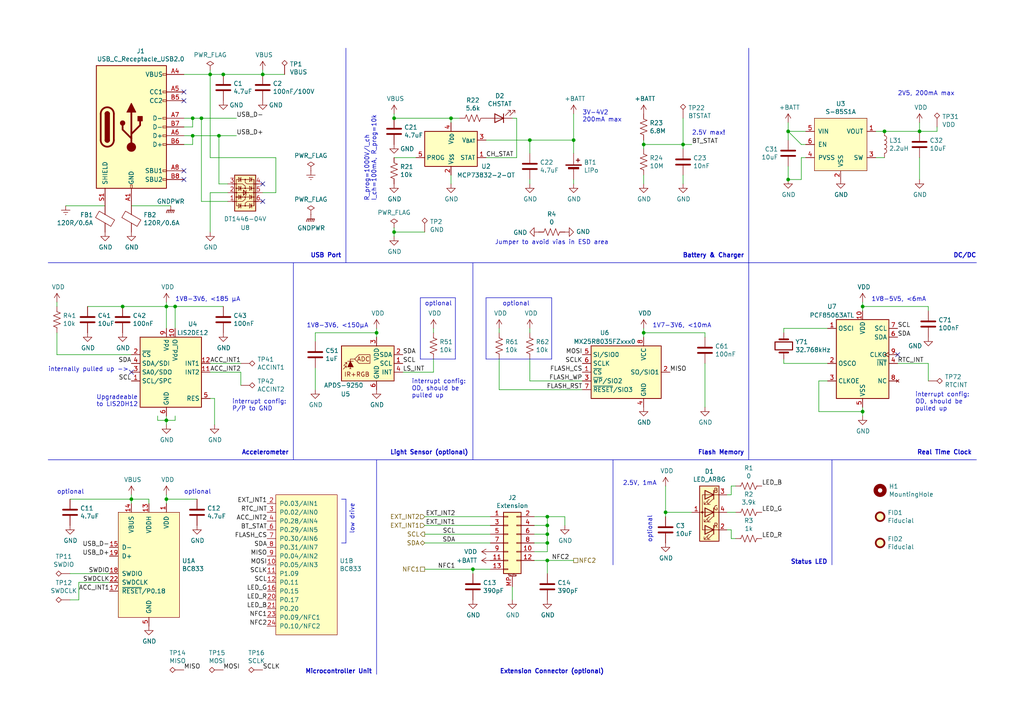
<source format=kicad_sch>
(kicad_sch (version 20230121) (generator eeschema)
  (paper "A4")
  (title_block (title "Herald Bluetooth Wearable Beacon") (rev "0.2") (company "Herald Project") (comment 1 "© 2021-2023 Herald Project Contributors") (comment 2 "Licensed under CERN-OHL-P version 2"))
  (junction (at 250.19 119.38))
  (junction (at 60.96 21.59))
  (junction (at 186.69 41.91))
  (junction (at 158.75 157.48))
  (junction (at 250.19 88.9))
  (junction (at 166.37 40.64))
  (junction (at 55.88 34.29))
  (junction (at 48.26 121.92))
  (junction (at 48.26 88.9))
  (junction (at 198.12 41.91))
  (junction (at 158.75 152.4))
  (junction (at 158.75 154.94))
  (junction (at 58.42 34.29))
  (junction (at 130.81 34.29))
  (junction (at 158.75 149.86))
  (junction (at 114.3 34.29))
  (junction (at 153.67 40.64))
  (junction (at 63.5 39.37))
  (junction (at 266.7 38.1))
  (junction (at 35.56 88.9))
  (junction (at 186.69 96.52))
  (junction (at 193.04 148.59))
  (junction (at 256.54 38.1))
  (junction (at 137.16 165.1))
  (junction (at 48.26 144.78))
  (junction (at 38.1 144.78))
  (junction (at 158.75 162.56))
  (junction (at 50.8 88.9))
  (junction (at 55.88 39.37))
  (junction (at 228.6 52.07))
  (junction (at 114.3 67.31))
  (junction (at 64.77 21.59))
  (junction (at 109.22 96.52))
  (junction (at 228.6 38.1))
  (junction (at 76.2 21.59))
  (no_connect (at 76.2 53.34))
  (no_connect (at 53.34 49.53))
  (no_connect (at 260.35 102.87))
  (no_connect (at 38.1 107.95))
  (no_connect (at 53.34 52.07))
  (no_connect (at 53.34 26.67))
  (no_connect (at 53.34 29.21))
  (no_connect (at 76.2 58.42))
  (wire (pts (xy 256.54 38.1) (xy 266.7 38.1)))
  (wire (pts (xy 38.1 102.87) (xy 16.51 102.87)))
  (wire (pts (xy 53.34 21.59) (xy 60.96 21.59)))
  (wire (pts (xy 48.26 120.65) (xy 48.26 121.92)))
  (wire (pts (xy 48.26 143.51) (xy 48.26 144.78)))
  (wire (pts (xy 120.65 45.72) (xy 114.3 45.72)))
  (wire (pts (xy 228.6 48.26) (xy 228.6 52.07)))
  (wire (pts (xy 240.03 105.41) (xy 227.33 105.41)))
  (wire (pts (xy 137.16 166.37) (xy 137.16 165.1)))
  (wire (pts (xy 22.86 168.91) (xy 22.86 173.99)))
  (wire (pts (xy 266.7 52.07) (xy 266.7 45.72)))
  (wire (pts (xy 55.88 36.83) (xy 55.88 34.29)))
  (wire (pts (xy 82.55 21.59) (xy 76.2 21.59)))
  (wire (pts (xy 198.12 50.8) (xy 198.12 53.34)))
  (wire (pts (xy 62.23 123.19) (xy 62.23 115.57)))
  (wire (pts (xy 166.37 40.64) (xy 166.37 44.45)))
  (wire (pts (xy 186.69 41.91) (xy 186.69 43.18)))
  (wire (pts (xy 153.67 52.07) (xy 153.67 53.34)))
  (wire (pts (xy 53.34 36.83) (xy 55.88 36.83)))
  (wire (pts (xy 109.22 97.79) (xy 109.22 96.52)))
  (wire (pts (xy 271.78 36.83) (xy 271.78 38.1)))
  (polyline (pts (xy 241.3 133.35) (xy 241.3 163.83)))
  (wire (pts (xy 154.94 157.48) (xy 158.75 157.48)))
  (wire (pts (xy 38.1 143.51) (xy 38.1 144.78)))
  (wire (pts (xy 227.33 105.41) (xy 227.33 104.14)))
  (wire (pts (xy 232.41 41.91) (xy 228.6 38.1)))
  (polyline (pts (xy 100.33 157.48) (xy 99.06 157.48)))
  (wire (pts (xy 48.26 88.9) (xy 50.8 88.9)))
  (wire (pts (xy 91.44 96.52) (xy 91.44 99.06)))
  (wire (pts (xy 58.42 34.29) (xy 68.58 34.29)))
  (wire (pts (xy 130.81 50.8) (xy 130.81 53.34)))
  (wire (pts (xy 153.67 40.64) (xy 166.37 40.64)))
  (wire (pts (xy 233.68 41.91) (xy 232.41 41.91)))
  (wire (pts (xy 228.6 38.1) (xy 233.68 38.1)))
  (wire (pts (xy 125.73 95.25) (xy 125.73 96.52)))
  (wire (pts (xy 153.67 104.14) (xy 153.67 110.49)))
  (wire (pts (xy 204.47 96.52) (xy 204.47 97.79)))
  (wire (pts (xy 125.73 107.95) (xy 125.73 104.14)))
  (polyline (pts (xy 13.97 133.35) (xy 283.21 133.35)))
  (wire (pts (xy 198.12 41.91) (xy 198.12 43.18)))
  (polyline (pts (xy 13.97 76.2) (xy 283.21 76.2)))
  (wire (pts (xy 63.5 53.34) (xy 66.04 53.34)))
  (wire (pts (xy 53.34 41.91) (xy 55.88 41.91)))
  (wire (pts (xy 50.8 88.9) (xy 50.8 95.25)))
  (wire (pts (xy 31.75 168.91) (xy 22.86 168.91)))
  (wire (pts (xy 19.05 59.69) (xy 30.48 59.69)))
  (wire (pts (xy 50.8 121.92) (xy 50.8 120.65)))
  (polyline (pts (xy 132.08 104.14) (xy 132.08 86.36)))
  (wire (pts (xy 200.66 41.91) (xy 198.12 41.91)))
  (wire (pts (xy 212.09 156.21) (xy 213.36 156.21)))
  (wire (pts (xy 233.68 45.72) (xy 232.41 45.72)))
  (wire (pts (xy 266.7 38.1) (xy 266.7 35.56)))
  (wire (pts (xy 193.04 149.86) (xy 193.04 148.59)))
  (wire (pts (xy 228.6 38.1) (xy 228.6 40.64)))
  (wire (pts (xy 158.75 157.48) (xy 158.75 154.94)))
  (wire (pts (xy 123.19 154.94) (xy 142.24 154.94)))
  (wire (pts (xy 62.23 115.57) (xy 60.96 115.57)))
  (wire (pts (xy 153.67 40.64) (xy 153.67 44.45)))
  (wire (pts (xy 48.26 121.92) (xy 48.26 123.19)))
  (wire (pts (xy 158.75 154.94) (xy 158.75 152.4)))
  (wire (pts (xy 69.85 107.95) (xy 60.96 107.95)))
  (wire (pts (xy 20.32 166.37) (xy 31.75 166.37)))
  (polyline (pts (xy 137.16 76.2) (xy 137.16 133.35)))
  (wire (pts (xy 250.19 87.63) (xy 250.19 88.9)))
  (wire (pts (xy 123.19 165.1) (xy 137.16 165.1)))
  (wire (pts (xy 149.86 34.29) (xy 148.59 34.29)))
  (polyline (pts (xy 100.33 157.48) (xy 100.33 144.78)))
  (wire (pts (xy 186.69 40.64) (xy 186.69 41.91)))
  (wire (pts (xy 48.26 87.63) (xy 48.26 88.9)))
  (wire (pts (xy 57.15 144.78) (xy 48.26 144.78)))
  (polyline (pts (xy 160.02 86.36) (xy 140.97 86.36)))
  (wire (pts (xy 254 38.1) (xy 256.54 38.1)))
  (wire (pts (xy 48.26 121.92) (xy 50.8 121.92)))
  (wire (pts (xy 200.66 148.59) (xy 193.04 148.59)))
  (wire (pts (xy 80.01 45.72) (xy 80.01 55.88)))
  (wire (pts (xy 240.03 110.49) (xy 237.49 110.49)))
  (wire (pts (xy 186.69 95.25) (xy 186.69 96.52)))
  (wire (pts (xy 55.88 41.91) (xy 55.88 39.37)))
  (wire (pts (xy 109.22 96.52) (xy 109.22 95.25)))
  (wire (pts (xy 114.3 67.31) (xy 114.3 68.58)))
  (wire (pts (xy 58.42 34.29) (xy 58.42 58.42)))
  (wire (pts (xy 45.72 120.65) (xy 45.72 121.92)))
  (wire (pts (xy 154.94 152.4) (xy 158.75 152.4)))
  (wire (pts (xy 158.75 160.02) (xy 158.75 157.48)))
  (polyline (pts (xy 140.97 86.36) (xy 140.97 104.14)))
  (wire (pts (xy 198.12 34.29) (xy 198.12 41.91)))
  (wire (pts (xy 130.81 34.29) (xy 114.3 34.29)))
  (wire (pts (xy 158.75 149.86) (xy 163.83 149.86)))
  (wire (pts (xy 66.04 55.88) (xy 60.96 55.88)))
  (wire (pts (xy 148.59 173.99) (xy 148.59 170.18)))
  (wire (pts (xy 158.75 152.4) (xy 158.75 149.86)))
  (wire (pts (xy 213.36 140.97) (xy 212.09 140.97)))
  (wire (pts (xy 154.94 149.86) (xy 158.75 149.86)))
  (wire (pts (xy 140.97 45.72) (xy 149.86 45.72)))
  (wire (pts (xy 250.19 88.9) (xy 250.19 90.17)))
  (wire (pts (xy 186.69 96.52) (xy 186.69 97.79)))
  (wire (pts (xy 16.51 87.63) (xy 16.51 88.9)))
  (wire (pts (xy 186.69 53.34) (xy 186.69 50.8)))
  (polyline (pts (xy 217.17 133.35) (xy 217.17 13.97)))
  (wire (pts (xy 109.22 96.52) (xy 91.44 96.52)))
  (wire (pts (xy 55.88 34.29) (xy 53.34 34.29)))
  (wire (pts (xy 144.78 113.03) (xy 168.91 113.03)))
  (wire (pts (xy 123.19 149.86) (xy 142.24 149.86)))
  (wire (pts (xy 228.6 38.1) (xy 228.6 35.56)))
  (wire (pts (xy 269.24 88.9) (xy 250.19 88.9)))
  (wire (pts (xy 60.96 21.59) (xy 64.77 21.59)))
  (wire (pts (xy 186.69 96.52) (xy 204.47 96.52)))
  (wire (pts (xy 48.26 88.9) (xy 48.26 95.25)))
  (wire (pts (xy 123.19 152.4) (xy 142.24 152.4)))
  (wire (pts (xy 55.88 39.37) (xy 53.34 39.37)))
  (wire (pts (xy 232.41 45.72) (xy 232.41 52.07)))
  (wire (pts (xy 91.44 113.03) (xy 91.44 106.68)))
  (wire (pts (xy 154.94 154.94) (xy 158.75 154.94)))
  (wire (pts (xy 69.85 105.41) (xy 60.96 105.41)))
  (wire (pts (xy 269.24 88.9) (xy 269.24 90.17)))
  (wire (pts (xy 69.85 111.76) (xy 69.85 107.95)))
  (wire (pts (xy 140.97 40.64) (xy 153.67 40.64)))
  (wire (pts (xy 144.78 95.25) (xy 144.78 96.52)))
  (wire (pts (xy 212.09 153.67) (xy 212.09 156.21)))
  (wire (pts (xy 237.49 119.38) (xy 250.19 119.38)))
  (wire (pts (xy 204.47 118.11) (xy 204.47 105.41)))
  (wire (pts (xy 35.56 88.9) (xy 25.4 88.9)))
  (wire (pts (xy 158.75 160.02) (xy 154.94 160.02)))
  (wire (pts (xy 250.19 118.11) (xy 250.19 119.38)))
  (wire (pts (xy 63.5 39.37) (xy 63.5 53.34)))
  (wire (pts (xy 186.69 41.91) (xy 198.12 41.91)))
  (wire (pts (xy 137.16 165.1) (xy 142.24 165.1)))
  (wire (pts (xy 130.81 34.29) (xy 130.81 35.56)))
  (wire (pts (xy 60.96 20.32) (xy 60.96 21.59)))
  (wire (pts (xy 76.2 20.32) (xy 76.2 21.59)))
  (wire (pts (xy 250.19 119.38) (xy 250.19 120.65)))
  (wire (pts (xy 49.53 59.69) (xy 38.1 59.69)))
  (wire (pts (xy 133.35 34.29) (xy 130.81 34.29)))
  (wire (pts (xy 158.75 166.37) (xy 158.75 162.56)))
  (wire (pts (xy 271.78 38.1) (xy 266.7 38.1)))
  (polyline (pts (xy 121.92 104.14) (xy 132.08 104.14)))
  (wire (pts (xy 35.56 88.9) (xy 48.26 88.9)))
  (wire (pts (xy 50.8 88.9) (xy 64.77 88.9)))
  (wire (pts (xy 60.96 21.59) (xy 60.96 45.72)))
  (polyline (pts (xy 177.8 133.35) (xy 177.8 163.83)))
  (polyline (pts (xy 109.22 133.35) (xy 109.22 195.58)))
  (wire (pts (xy 232.41 52.07) (xy 228.6 52.07)))
  (wire (pts (xy 149.86 45.72) (xy 149.86 34.29)))
  (wire (pts (xy 20.32 144.78) (xy 38.1 144.78)))
  (wire (pts (xy 16.51 102.87) (xy 16.51 96.52)))
  (wire (pts (xy 237.49 110.49) (xy 237.49 119.38)))
  (wire (pts (xy 227.33 95.25) (xy 227.33 96.52)))
  (wire (pts (xy 213.36 148.59) (xy 210.82 148.59)))
  (polyline (pts (xy 99.06 144.78) (xy 100.33 144.78)))
  (polyline (pts (xy 132.08 86.36) (xy 121.92 86.36)))
  (wire (pts (xy 64.77 21.59) (xy 76.2 21.59)))
  (wire (pts (xy 48.26 144.78) (xy 48.26 146.05)))
  (wire (pts (xy 153.67 110.49) (xy 168.91 110.49)))
  (wire (pts (xy 80.01 55.88) (xy 76.2 55.88)))
  (wire (pts (xy 123.19 157.48) (xy 142.24 157.48)))
  (polyline (pts (xy 140.97 104.14) (xy 160.02 104.14)))
  (wire (pts (xy 68.58 39.37) (xy 63.5 39.37)))
  (wire (pts (xy 60.96 45.72) (xy 80.01 45.72)))
  (wire (pts (xy 212.09 143.51) (xy 212.09 140.97)))
  (wire (pts (xy 210.82 153.67) (xy 212.09 153.67)))
  (polyline (pts (xy 100.33 76.2) (xy 100.33 13.97)))
  (polyline (pts (xy 85.09 76.2) (xy 85.09 133.35)))
  (wire (pts (xy 58.42 34.29) (xy 55.88 34.29)))
  (wire (pts (xy 166.37 33.02) (xy 166.37 40.64)))
  (wire (pts (xy 210.82 143.51) (xy 212.09 143.51)))
  (wire (pts (xy 193.04 148.59) (xy 193.04 140.97)))
  (wire (pts (xy 158.75 162.56) (xy 154.94 162.56)))
  (wire (pts (xy 38.1 144.78) (xy 38.1 146.05)))
  (wire (pts (xy 144.78 104.14) (xy 144.78 113.03)))
  (wire (pts (xy 114.3 66.04) (xy 114.3 67.31)))
  (wire (pts (xy 256.54 45.72) (xy 254 45.72)))
  (wire (pts (xy 43.18 144.78) (xy 38.1 144.78)))
  (wire (pts (xy 22.86 173.99) (xy 20.32 173.99)))
  (wire (pts (xy 158.75 162.56) (xy 166.37 162.56)))
  (wire (pts (xy 269.24 105.41) (xy 269.24 110.49)))
  (wire (pts (xy 240.03 95.25) (xy 227.33 95.25)))
  (wire (pts (xy 66.04 58.42) (xy 58.42 58.42)))
  (wire (pts (xy 166.37 53.34) (xy 166.37 52.07)))
  (polyline (pts (xy 160.02 104.14) (xy 160.02 86.36)))
  (wire (pts (xy 163.83 149.86) (xy 163.83 152.4)))
  (wire (pts (xy 45.72 121.92) (xy 48.26 121.92)))
  (wire (pts (xy 114.3 33.02) (xy 114.3 34.29)))
  (wire (pts (xy 116.84 107.95) (xy 125.73 107.95)))
  (wire (pts (xy 153.67 96.52) (xy 153.67 95.25)))
  (wire (pts (xy 269.24 105.41) (xy 260.35 105.41)))
  (wire (pts (xy 55.88 39.37) (xy 63.5 39.37)))
  (wire (pts (xy 60.96 55.88) (xy 60.96 67.31)))
  (wire (pts (xy 123.19 67.31) (xy 114.3 67.31)))
  (polyline (pts (xy 121.92 86.36) (xy 121.92 104.14)))
  (wire (pts (xy 43.18 146.05) (xy 43.18 144.78)))
  (text "Microcontroller Unit" (at 107.95 195.58 0) (effects (font (size 1.27 1.27) (thickness 0.254) bold) (justify right bottom)))
  (text "2.5V, 1mA" (at 190.5 140.97 0) (effects (font (size 1.27 1.27)) (justify right bottom)))
  (text "internally pulled up ->" (at 13.97 107.95 0) (effects (font (size 1.27 1.27)) (justify left bottom)))
  (text "Upgradeable\nto LIS2DH12" (at 27.94 118.11 0) (effects (font (size 1.27 1.27)) (justify left bottom)))
  (text "interrupt config:\nOD, should be\npulled up" (at 119.38 115.57 0) (effects (font (size 1.27 1.27)) (justify left bottom)))
  (text "DC/DC" (at 283.21 74.93 0) (effects (font (size 1.27 1.27) (thickness 0.254) bold) (justify right bottom)))
  (text "Accelerometer" (at 83.82 132.08 0) (effects (font (size 1.27 1.27) (thickness 0.254) bold) (justify right bottom)))
  (text "low drive" (at 102.87 154.94 90) (effects (font (size 1.27 1.27)) (justify left bottom)))
  (text "interrupt config:\nP/P to GND" (at 67.31 119.38 0) (effects (font (size 1.27 1.27)) (justify left bottom)))
  (text "optional" (at 53.34 143.51 0) (effects (font (size 1.27 1.27)) (justify left bottom)))
  (text "Real Time Clock" (at 281.94 132.08 0) (effects (font (size 1.27 1.27) (thickness 0.254) bold) (justify right bottom)))
  (text "1V8-3V6, <185 µA" (at 50.8 87.63 0) (effects (font (size 1.27 1.27)) (justify left bottom)))
  (text "interrupt config:\nOD, should be\npulled up" (at 265.43 119.38 0) (effects (font (size 1.27 1.27)) (justify left bottom)))
  (text "Jumper to avoid vias in ESD area" (at 143.51 71.12 0) (effects (font (size 1.27 1.27)) (justify left bottom)))
  (text "optional" (at 123.19 88.9 0) (effects (font (size 1.27 1.27)) (justify left bottom)))
  (text "USB Port" (at 99.06 74.93 0) (effects (font (size 1.27 1.27) (thickness 0.254) bold) (justify right bottom)))
  (text "1V8-3V6, <150µA" (at 88.9 95.25 0) (effects (font (size 1.27 1.27)) (justify left bottom)))
  (text "Light Sensor (optional)" (at 135.89 132.08 0) (effects (font (size 1.27 1.27) (thickness 0.254) bold) (justify right bottom)))
  (text "R_prog=1000V/I_ch\nI_ch=100mA, R_prog=10k" (at 109.22 58.42 90) (effects (font (size 1.27 1.27)) (justify left bottom)))
  (text "optional" (at 189.23 157.48 90) (effects (font (size 1.27 1.27)) (justify left bottom)))
  (text "2.5V max!" (at 200.66 39.37 0) (effects (font (size 1.27 1.27)) (justify left bottom)))
  (text "Flash Memory" (at 215.9 132.08 0) (effects (font (size 1.27 1.27) (thickness 0.254) bold) (justify right bottom)))
  (text "3V-4V2\n200mA max" (at 168.91 35.56 0) (effects (font (size 1.27 1.27)) (justify left bottom)))
  (text "optional" (at 16.51 143.51 0) (effects (font (size 1.27 1.27)) (justify left bottom)))
  (text "1V7-3V6, <10mA" (at 189.23 95.25 0) (effects (font (size 1.27 1.27)) (justify left bottom)))
  (text "Status LED" (at 240.03 163.83 0) (effects (font (size 1.27 1.27) (thickness 0.254) bold) (justify right bottom)))
  (text "2V5, 200mA max" (at 260.35 27.94 0) (effects (font (size 1.27 1.27)) (justify left bottom)))
  (text "Extension Connector (optional)" (at 175.26 195.58 0) (effects (font (size 1.27 1.27) (thickness 0.254) bold) (justify right bottom)))
  (text "1V8-5V5, <6mA" (at 252.73 87.63 0) (effects (font (size 1.27 1.27)) (justify left bottom)))
  (text "optional" (at 153.67 88.9 0) (effects (font (size 1.27 1.27)) (justify right bottom)))
  (text "Battery & Charger" (at 215.9 74.93 0) (effects (font (size 1.27 1.27) (thickness 0.254) bold) (justify right bottom)))
  (label "EXT_INT2" (at 132.08 149.86 180))
  (label "LED_R" (at 77.47 173.99 180))
  (label "USB_D+" (at 68.58 39.37 0))
  (label "RTC_INT" (at 77.47 148.59 180))
  (label "SDA" (at 38.1 105.41 180))
  (label "ACC_INT1" (at 60.96 105.41 0))
  (label "MOSI" (at 168.91 102.87 180))
  (label "LED_B" (at 77.47 176.53 180))
  (label "USB_D-" (at 68.58 34.29 0))
  (label "NFC2" (at 160.02 162.56 0))
  (label "LED_G" (at 77.47 171.45 180))
  (label "SDA" (at 116.84 102.87 0))
  (label "SDA" (at 132.08 157.48 180))
  (label "ACC_INT1" (at 31.75 171.45 180))
  (label "ACC_INT2" (at 77.47 151.13 180))
  (label "SCL" (at 116.84 105.41 0))
  (label "SCL" (at 77.47 168.91 180))
  (label "LED_G" (at 220.98 148.59 0))
  (label "RTC_INT" (at 260.35 105.41 0))
  (label "NFC1" (at 77.47 179.07 180))
  (label "EXT_INT1" (at 77.47 146.05 180))
  (label "NFC2" (at 77.47 181.61 180))
  (label "SCLK" (at 168.91 105.41 180))
  (label "MOSI" (at 64.77 194.31 0))
  (label "SWDCLK" (at 31.75 168.91 180))
  (label "MISO" (at 194.31 107.95 0))
  (label "MISO" (at 77.47 161.29 180))
  (label "SDA" (at 77.47 158.75 180))
  (label "SCL" (at 132.08 154.94 180))
  (label "MOSI" (at 77.47 163.83 180))
  (label "SCLK" (at 76.2 194.31 0))
  (label "MISO" (at 53.34 194.31 0))
  (label "USB_D+" (at 31.75 161.29 180))
  (label "CH_STAT" (at 140.97 45.72 0))
  (label "EXT_INT1" (at 132.08 152.4 180))
  (label "SCL" (at 260.35 95.25 0))
  (label "FLASH_CS" (at 168.91 107.95 180))
  (label "FLASH_RST" (at 168.91 113.03 180))
  (label "ACC_INT2" (at 60.96 107.95 0))
  (label "SDA" (at 260.35 97.79 0))
  (label "NFC1" (at 132.08 165.1 180))
  (label "SCL" (at 38.1 110.49 180))
  (label "LS_INT" (at 116.84 107.95 0))
  (label "LED_R" (at 220.98 156.21 0))
  (label "FLASH_CS" (at 77.47 156.21 180))
  (label "LED_B" (at 220.98 140.97 0))
  (label "FLASH_WP" (at 168.91 110.49 180))
  (label "SWDIO" (at 31.75 166.37 180))
  (label "SCLK" (at 77.47 166.37 180))
  (label "BT_STAT" (at 77.47 153.67 180))
  (label "BT_STAT" (at 200.66 41.91 0))
  (label "USB_D-" (at 31.75 158.75 180))
  (hierarchical_label "EXT_INT2" (shape input) (at 123.19 149.86 180))
  (hierarchical_label "SCL" (shape output) (at 123.19 154.94 180))
  (hierarchical_label "NFC2" (shape passive) (at 166.37 162.56 0))
  (hierarchical_label "NFC1" (shape passive) (at 123.19 165.1 180))
  (hierarchical_label "EXT_INT1" (shape input) (at 123.19 152.4 180))
  (hierarchical_label "SDA" (shape bidirectional) (at 123.19 157.48 180))
  (symbol (lib_id "Connector:USB_C_Receptacle_USB2.0") (at 38.1 36.83 0) (unit 1)
    (property "Reference" "J1" (at 40.8178 14.8082 0))
    (property "Value" "USB_C_Receptacle_USB2.0" (at 40.8178 17.1196 0))
    (property "Footprint" "Herald_Extras:USB_C_Receptacle_IPxx" (effects hide))
    (property "Datasheet" "https://www.usb.org/sites/default/files/documents/usb_type-c.zip" (effects hide))
    (property "Description" "USB Type-C Receptacle" (effects hide))
    (property "MPN" "124018802112A" (effects hide))
  )
  (symbol (lib_id "Herald_Extras:BC833") (at 43.18 163.83 0) (unit 1)
    (property "Reference" "U1" (at 52.7812 162.6616 0) (effects (justify left)))
    (property "Value" "BC833" (at 52.7812 164.973 0) (effects (justify left)))
    (property "Footprint" "Herald_Extras:Fanstel_BC833x" (effects hide))
    (property "Datasheet" "https://www.fanstel.com/s/BC833M_Product_Specifications-4ep6.pdf" (effects hide))
    (property "Description" "nRF52833 module" (effects hide))
    (property "MPN" "BC833M" (effects hide))
  )
  (symbol (lib_id "Herald_Extras:BC833") (at 88.9 163.83 0) (unit 2)
    (property "Reference" "U1" (at 98.5012 162.6616 0) (effects (justify left)))
    (property "Value" "BC833" (at 98.5012 164.973 0) (effects (justify left)))
    (property "Footprint" "Herald_Extras:Fanstel_BC833x" (effects hide))
    (property "Datasheet" "https://www.fanstel.com/s/BC833M_Product_Specifications-4ep6.pdf" (effects hide))
    (property "Description" "nRF52833 module" (effects hide))
    (property "MPN" "BC833M" (effects hide))
  )
  (symbol (lib_id "power:GND") (at 43.18 181.61 0) (unit 1)
    (property "Reference" "#PWR08" (effects hide))
    (property "Value" "GND" (at 43.307 186.0042 0))
  )
  (symbol (lib_id "power:VDD") (at 48.26 143.51 0) (unit 1)
    (property "Reference" "#PWR011" (effects hide))
    (property "Value" "VDD" (at 48.641 139.1158 0))
  )
  (symbol (lib_id "Device:C") (at 57.15 148.59 0) (unit 1)
    (property "Reference" "C12" (at 60.071 147.4216 0) (effects (justify left)))
    (property "Value" "4.7uF" (at 60.071 149.733 0) (effects (justify left)))
    (property "Footprint" "Capacitor_SMD:C_0402_1005Metric" (effects hide))
    (property "Description" "Capacitor, X5R 20% 16V" (effects hide))
    (property "MPN" "0402YD475MAT2A" (effects hide))
  )
  (symbol (lib_id "power:GND") (at 57.15 152.4 0) (unit 1)
    (property "Reference" "#PWR012" (effects hide))
    (property "Value" "GND" (at 57.277 156.7942 0))
  )
  (symbol (lib_id "Battery_Management:MCP73832-2-OT") (at 130.81 43.18 0) (unit 1)
    (property "Reference" "U2" (at 140.97 48.26 0))
    (property "Value" "MCP73832-2-OT" (at 140.97 50.8 0))
    (property "Footprint" "Package_TO_SOT_SMD:SOT-23-5" (effects hide))
    (property "Datasheet" "http://ww1.microchip.com/downloads/en/DeviceDoc/20001984g.pdf" (effects hide))
    (property "Description" "LiPo battery charger" (effects hide))
    (property "MPN" "MCP73832T-2ACI/OT" (effects hide))
  )
  (symbol (lib_id "Device:Battery_Cell") (at 166.37 49.53 0) (unit 1)
    (property "Reference" "BT1" (at 169.3672 47.0916 0) (effects (justify left)))
    (property "Value" "LiPo" (at 169.3672 49.403 0) (effects (justify left)))
    (property "Footprint" "Herald_Extras:Herald_Battery_Solder_Pads" (effects hide))
    (property "Description" "LiPo Battery" (effects hide))
    (property "MPN" "LI401225" (effects hide))
  )
  (symbol (lib_id "Device:FerriteBead") (at 30.48 63.5 0) (unit 1)
    (property "Reference" "FB1" (at 27.0256 62.3316 0) (effects (justify right)))
    (property "Value" "120R/0.6A" (at 27.0256 64.643 0) (effects (justify right)))
    (property "Footprint" "Inductor_SMD:L_0402_1005Metric" (effects hide))
    (property "Description" "Ferrite bead" (effects hide))
    (property "MPN" "MFBM1V1005-121-R" (effects hide))
  )
  (symbol (lib_id "Device:C") (at 76.2 25.4 180) (unit 1)
    (property "Reference" "C2" (at 79.121 24.2316 0) (effects (justify right)))
    (property "Value" "100nF/100V" (at 79.121 26.543 0) (effects (justify right)))
    (property "Footprint" "Capacitor_SMD:C_0402_1005Metric" (effects hide))
    (property "Description" "Capacitor, X5R 20% 100V min" (effects hide))
    (property "MPN" "GRM155R62A104ME14D" (effects hide))
  )
  (symbol (lib_id "Device:R_US") (at 114.3 49.53 0) (unit 1)
    (property "Reference" "R21" (at 116.0272 48.3616 0) (effects (justify left)))
    (property "Value" "10k" (at 116.0272 50.673 0) (effects (justify left)))
    (property "Footprint" "Resistor_SMD:R_0402_1005Metric" (effects hide))
    (property "Description" "Resistor, 1%, 50mW" (effects hide))
    (property "MPN" "CRCW040210K0FKEDC" (effects hide))
  )
  (symbol (lib_id "Device:FerriteBead") (at 38.1 63.5 0) (unit 1)
    (property "Reference" "FB2" (at 41.5798 62.3316 0) (effects (justify left)))
    (property "Value" "120R/0.6A" (at 41.5798 64.643 0) (effects (justify left)))
    (property "Footprint" "Inductor_SMD:L_0402_1005Metric" (effects hide))
    (property "Description" "Ferrite bead" (effects hide))
    (property "MPN" "MFBM1V1005-121-R" (effects hide))
  )
  (symbol (lib_id "Herald_Extras:TVS4-563") (at 71.12 55.88 270) (mirror x) (unit 1)
    (property "Reference" "U8" (at 71.12 66.04 90))
    (property "Value" "DT1446-04V" (at 71.12 63.5 90))
    (property "Footprint" "Herald_Extras:SOT-563" (effects hide))
    (property "Datasheet" "https://www.diodes.com/assets/Datasheets/DT1446-04V.pdf" (effects hide))
    (property "Description" "TVS diodes" (effects hide))
    (property "MPN" "DT1446-04V-7" (effects hide))
  )
  (symbol (lib_id "Sensor_Motion:LIS2DE12") (at 48.26 107.95 0) (unit 1)
    (property "Reference" "U4" (at 55.88 93.98 0))
    (property "Value" "LIS2DE12" (at 55.88 96.52 0))
    (property "Footprint" "Package_LGA:LGA-12_2x2mm_P0.5mm" (effects hide))
    (property "Datasheet" "https://www.st.com/resource/en/datasheet/lis2DE12.pdf" (effects hide))
    (property "Description" "Low-power accelerometer" (effects hide))
    (property "MPN" "LIS2DE12TR" (effects hide))
  )
  (symbol (lib_id "power:+BATT") (at 166.37 33.02 0) (unit 1)
    (property "Reference" "#PWR044" (effects hide))
    (property "Value" "+BATT" (at 166.751 28.6258 0))
  )
  (symbol (lib_id "power:VBUS") (at 76.2 20.32 0) (unit 1)
    (property "Reference" "#PWR017" (effects hide))
    (property "Value" "VBUS" (at 76.581 15.9258 0))
  )
  (symbol (lib_id "power:GND") (at 60.96 67.31 0) (unit 1)
    (property "Reference" "#PWR013" (effects hide))
    (property "Value" "GND" (at 61.087 71.7042 0))
  )
  (symbol (lib_id "power:VBUS") (at 114.3 33.02 0) (unit 1)
    (property "Reference" "#PWR022" (effects hide))
    (property "Value" "VBUS" (at 114.681 28.6258 0))
  )
  (symbol (lib_id "Device:R_US") (at 137.16 34.29 270) (unit 1)
    (property "Reference" "R22" (at 137.16 29.083 90))
    (property "Value" "5.6k" (at 137.16 31.3944 90))
    (property "Footprint" "Resistor_SMD:R_0402_1005Metric" (effects hide))
    (property "Description" "Resistor, 1%, 100mW" (effects hide))
    (property "MPN" "RC0402FR-075R6L" (effects hide))
  )
  (symbol (lib_id "Device:LED") (at 144.78 34.29 180) (unit 1)
    (property "Reference" "D2" (at 144.9578 27.813 0))
    (property "Value" "CHSTAT" (at 144.9578 30.1244 0))
    (property "Footprint" "LED_SMD:LED_0603_1608Metric" (effects hide))
    (property "Description" "System LED" (effects hide))
    (property "MPN" "KO DELLS1.22-KHLI-24" (effects hide))
  )
  (symbol (lib_id "power:GND") (at 38.1 67.31 0) (unit 1)
    (property "Reference" "#PWR06" (effects hide))
    (property "Value" "GND" (at 38.227 71.7042 0))
  )
  (symbol (lib_id "power:GND") (at 30.48 67.31 0) (unit 1)
    (property "Reference" "#PWR04" (effects hide))
    (property "Value" "GND" (at 30.607 71.7042 0))
  )
  (symbol (lib_id "power:GND") (at 76.2 29.21 0) (unit 1)
    (property "Reference" "#PWR018" (effects hide))
    (property "Value" "GND" (at 80.01 30.48 0))
  )
  (symbol (lib_id "Device:C") (at 64.77 92.71 0) (unit 1)
    (property "Reference" "C43" (at 67.691 91.5416 0) (effects (justify left)))
    (property "Value" "100nF" (at 67.691 93.853 0) (effects (justify left)))
    (property "Footprint" "Capacitor_SMD:C_0402_1005Metric" (effects hide))
    (property "Description" "Capacitor, X7R 10%" (effects hide))
    (property "MPN" "GRM155R71E104KE14D" (effects hide))
  )
  (symbol (lib_id "Device:C") (at 25.4 92.71 0) (unit 1)
    (property "Reference" "C41" (at 28.321 91.5416 0) (effects (justify left)))
    (property "Value" "10uF" (at 28.321 93.853 0) (effects (justify left)))
    (property "Footprint" "Capacitor_SMD:C_0402_1005Metric" (effects hide))
    (property "Description" "Capacitor, X5R 20% 10V" (effects hide))
    (property "MPN" "GRM155R60J106ME15D" (effects hide))
  )
  (symbol (lib_id "Device:C") (at 35.56 92.71 0) (unit 1)
    (property "Reference" "C42" (at 38.481 91.5416 0) (effects (justify left)))
    (property "Value" "100nF" (at 38.481 93.853 0) (effects (justify left)))
    (property "Footprint" "Capacitor_SMD:C_0402_1005Metric" (effects hide))
    (property "Description" "Capacitor, X7R 10%" (effects hide))
    (property "MPN" "GRM155R71E104KE14D" (effects hide))
  )
  (symbol (lib_id "power:GND") (at 64.77 96.52 0) (unit 1)
    (property "Reference" "#PWR016" (effects hide))
    (property "Value" "GND" (at 64.897 100.9142 0))
  )
  (symbol (lib_id "power:GND") (at 35.56 96.52 0) (unit 1)
    (property "Reference" "#PWR05" (effects hide))
    (property "Value" "GND" (at 35.687 100.9142 0))
  )
  (symbol (lib_id "power:GND") (at 25.4 96.52 0) (unit 1)
    (property "Reference" "#PWR03" (effects hide))
    (property "Value" "GND" (at 25.527 100.9142 0))
  )
  (symbol (lib_id "power:VDD") (at 48.26 87.63 0) (unit 1)
    (property "Reference" "#PWR09" (effects hide))
    (property "Value" "VDD" (at 48.641 83.2358 0))
  )
  (symbol (lib_id "power:GND") (at 48.26 123.19 0) (unit 1)
    (property "Reference" "#PWR010" (effects hide))
    (property "Value" "GND" (at 48.387 127.5842 0))
  )
  (symbol (lib_id "power:GND") (at 62.23 123.19 0) (unit 1)
    (property "Reference" "#PWR014" (effects hide))
    (property "Value" "GND" (at 62.357 127.5842 0))
  )
  (symbol (lib_id "Device:C") (at 114.3 38.1 180) (unit 1)
    (property "Reference" "C21" (at 117.221 36.9316 0) (effects (justify right)))
    (property "Value" "4.7uF" (at 117.221 39.243 0) (effects (justify right)))
    (property "Footprint" "Capacitor_SMD:C_0402_1005Metric" (effects hide))
    (property "Description" "Capacitor, X5R 20% 16V" (effects hide))
    (property "MPN" "0402YD475MAT2A" (effects hide))
  )
  (symbol (lib_id "power:GND") (at 114.3 41.91 0) (unit 1)
    (property "Reference" "#PWR023" (effects hide))
    (property "Value" "GND" (at 118.11 43.18 0))
  )
  (symbol (lib_id "Device:C") (at 153.67 48.26 180) (unit 1)
    (property "Reference" "C22" (at 156.591 47.0916 0) (effects (justify right)))
    (property "Value" "4.7uF" (at 156.591 49.403 0) (effects (justify right)))
    (property "Footprint" "Capacitor_SMD:C_0402_1005Metric" (effects hide))
    (property "Description" "Capacitor, X5R 20% 16V" (effects hide))
    (property "MPN" "0402YD475MAT2A" (effects hide))
  )
  (symbol (lib_id "power:GND") (at 114.3 53.34 0) (unit 1)
    (property "Reference" "#PWR024" (effects hide))
    (property "Value" "GND" (at 114.427 57.7342 0))
  )
  (symbol (lib_id "power:GND") (at 130.81 53.34 0) (unit 1)
    (property "Reference" "#PWR026" (effects hide))
    (property "Value" "GND" (at 130.937 57.7342 0))
  )
  (symbol (lib_id "power:GND") (at 166.37 53.34 0) (unit 1)
    (property "Reference" "#PWR045" (effects hide))
    (property "Value" "GND" (at 166.497 57.7342 0))
  )
  (symbol (lib_id "power:GND") (at 153.67 53.34 0) (unit 1)
    (property "Reference" "#PWR042" (effects hide))
    (property "Value" "GND" (at 153.797 57.7342 0))
  )
  (symbol (lib_id "Herald_Extras:S-85S1A") (at 243.84 41.91 0) (unit 1)
    (property "Reference" "U3" (at 243.84 30.099 0))
    (property "Value" "S-85S1A" (at 243.84 32.4104 0))
    (property "Footprint" "Herald_Extras:SNT-6A" (effects hide))
    (property "Datasheet" "https://www.ablic.com/en/doc/datasheet/switching_regulator/S85S1A_E.pdf" (effects hide))
    (property "Description" "Switching DC/DC, 200 mA" (effects hide))
    (property "MPN" "S-85S1AB25-I6T1U" (effects hide))
  )
  (symbol (lib_id "Device:C") (at 228.6 44.45 0) (unit 1)
    (property "Reference" "C31" (at 225.7044 43.2816 0) (effects (justify right)))
    (property "Value" "10uF" (at 225.7044 45.593 0) (effects (justify right)))
    (property "Footprint" "Capacitor_SMD:C_0402_1005Metric" (effects hide))
    (property "Description" "Capacitor, X5R 20% 10V" (effects hide))
    (property "MPN" "GRM155R60J106ME15D" (effects hide))
  )
  (symbol (lib_id "Device:L") (at 256.54 41.91 0) (unit 1)
    (property "Reference" "L31" (at 257.8862 40.7416 0) (effects (justify left)))
    (property "Value" "2.2uH" (at 257.8862 43.053 0) (effects (justify left)))
    (property "Footprint" "Inductor_SMD:L_0603_1608Metric" (effects hide))
    (property "Description" "Power inductor, 500mA" (effects hide))
    (property "MPN" "MBKK1608T2R2M" (effects hide))
  )
  (symbol (lib_id "power:VDD") (at 266.7 35.56 0) (unit 1)
    (property "Reference" "#PWR059" (effects hide))
    (property "Value" "VDD" (at 267.081 31.1658 0))
  )
  (symbol (lib_id "power:GND") (at 243.84 52.07 0) (unit 1)
    (property "Reference" "#PWR056" (effects hide))
    (property "Value" "GND" (at 243.967 56.4642 0))
  )
  (symbol (lib_id "power:GND") (at 228.6 52.07 0) (unit 1)
    (property "Reference" "#PWR055" (effects hide))
    (property "Value" "GND" (at 228.727 56.4642 0))
  )
  (symbol (lib_id "power:+BATT") (at 228.6 35.56 0) (unit 1)
    (property "Reference" "#PWR054" (effects hide))
    (property "Value" "+BATT" (at 228.981 31.1658 0))
  )
  (symbol (lib_id "Device:C") (at 266.7 41.91 0) (unit 1)
    (property "Reference" "C32" (at 269.621 40.7416 0) (effects (justify left)))
    (property "Value" "10uF" (at 269.621 43.053 0) (effects (justify left)))
    (property "Footprint" "Capacitor_SMD:C_0402_1005Metric" (effects hide))
    (property "Description" "Capacitor, X5R 20% 10V" (effects hide))
    (property "MPN" "GRM155R60J106ME15D" (effects hide))
  )
  (symbol (lib_id "power:GND") (at 266.7 52.07 0) (unit 1)
    (property "Reference" "#PWR060" (effects hide))
    (property "Value" "GND" (at 266.827 56.4642 0))
  )
  (symbol (lib_id "power:VBUS") (at 38.1 143.51 0) (unit 1)
    (property "Reference" "#PWR07" (effects hide))
    (property "Value" "VBUS" (at 38.481 139.1158 0))
  )
  (symbol (lib_id "Device:C") (at 64.77 25.4 180) (unit 1)
    (property "Reference" "C1" (at 67.691 24.2316 0) (effects (justify right)))
    (property "Value" "4.7uF" (at 67.691 26.543 0) (effects (justify right)))
    (property "Footprint" "Capacitor_SMD:C_0402_1005Metric" (effects hide))
    (property "Description" "Capacitor, X5R 20% 16V" (effects hide))
    (property "MPN" "0402YD475MAT2A" (effects hide))
  )
  (symbol (lib_id "power:GND") (at 64.77 29.21 0) (unit 1)
    (property "Reference" "#PWR015" (effects hide))
    (property "Value" "GND" (at 68.58 30.48 0))
  )
  (symbol (lib_id "Connector:TestPoint_Alt") (at 82.55 21.59 0) (unit 1)
    (property "Reference" "TP1" (at 84.0232 18.5928 0) (effects (justify left)))
    (property "Value" "VBUS" (at 84.0232 20.9042 0) (effects (justify left)))
    (property "Footprint" "TestPoint:TestPoint_Pad_D1.0mm" (effects hide))
    (property "Description" "Test point" (effects hide))
  )
  (symbol (lib_id "Device:LED_ARBG") (at 205.74 148.59 180) (unit 1)
    (property "Reference" "D1" (at 205.74 136.7282 0))
    (property "Value" "LED_ARBG" (at 205.74 139.0396 0))
    (property "Footprint" "Herald_Extras:LED_Kingbright_APHF1608" (effects hide))
    (property "Datasheet" "https://www.kingbrightusa.com/images/catalog/SPEC/APHF1608LSEEQBDZGKC.pdf" (effects hide))
    (property "Description" "RGB LED" (effects hide))
    (property "MPN" "APHF1608LSEEQBDZGKC" (effects hide))
  )
  (symbol (lib_id "Device:R_US") (at 217.17 148.59 270) (unit 1)
    (property "Reference" "R2" (at 217.17 143.383 90))
    (property "Value" "3.9k" (at 217.17 145.6944 90))
    (property "Footprint" "Resistor_SMD:R_0402_1005Metric" (effects hide))
    (property "Description" "Resistor, 1%, 100mW" (effects hide))
    (property "MPN" "RC0402FR-073K9L" (effects hide))
  )
  (symbol (lib_id "Device:R_US") (at 217.17 140.97 270) (unit 1)
    (property "Reference" "R1" (at 217.17 135.763 90))
    (property "Value" "0" (at 217.17 138.0744 90))
    (property "Footprint" "Resistor_SMD:R_0402_1005Metric" (effects hide))
    (property "Description" "Resistor, 1%, 100mW" (effects hide))
    (property "MPN" "RC0402FR-070RL" (effects hide))
  )
  (symbol (lib_id "Device:R_US") (at 217.17 156.21 270) (unit 1)
    (property "Reference" "R3" (at 217.17 151.003 90))
    (property "Value" "1k" (at 217.17 153.3144 90))
    (property "Footprint" "Resistor_SMD:R_0402_1005Metric" (effects hide))
    (property "Description" "Resistor, 1%, 100mW" (effects hide))
    (property "MPN" "RC0402FR-071KL" (effects hide))
  )
  (symbol (lib_id "power:GND") (at 186.69 118.11 0) (unit 1)
    (property "Reference" "#PWR049" (effects hide))
    (property "Value" "GND" (at 186.817 122.5042 0))
  )
  (symbol (lib_id "power:VDD") (at 186.69 95.25 0) (unit 1)
    (property "Reference" "#PWR048" (effects hide))
    (property "Value" "VDD" (at 187.071 90.8558 0))
  )
  (symbol (lib_id "Device:C") (at 204.47 101.6 180) (unit 1)
    (property "Reference" "C61" (at 207.391 100.4316 0) (effects (justify right)))
    (property "Value" "100nF" (at 207.391 102.743 0) (effects (justify right)))
    (property "Footprint" "Capacitor_SMD:C_0402_1005Metric" (effects hide))
    (property "Description" "Capacitor, X7R 10%" (effects hide))
    (property "MPN" "GRM155R71E104KE14D" (effects hide))
  )
  (symbol (lib_id "power:GND") (at 204.47 118.11 0) (unit 1)
    (property "Reference" "#PWR053" (effects hide))
    (property "Value" "GND" (at 204.597 122.5042 0))
  )
  (symbol (lib_id "Connector:TestPoint_Alt") (at 123.19 67.31 0) (unit 1)
    (property "Reference" "TP2" (at 124.6632 64.3128 0) (effects (justify left)))
    (property "Value" "GND" (at 124.6632 66.6242 0) (effects (justify left)))
    (property "Footprint" "TestPoint:TestPoint_Pad_D1.0mm" (effects hide))
    (property "Description" "Test point" (effects hide))
  )
  (symbol (lib_id "power:VDD") (at 153.67 95.25 0) (unit 1)
    (property "Reference" "#PWR043" (effects hide))
    (property "Value" "VDD" (at 154.051 90.8558 0))
  )
  (symbol (lib_id "Device:R_US") (at 153.67 100.33 0) (unit 1)
    (property "Reference" "R62" (at 155.3972 99.1616 0) (effects (justify left)))
    (property "Value" "10k" (at 155.3972 101.473 0) (effects (justify left)))
    (property "Footprint" "Resistor_SMD:R_0402_1005Metric" (effects hide))
    (property "Description" "Resistor, 1%, 50mW" (effects hide))
    (property "MPN" "CRCW040210K0FKEDC" (effects hide))
  )
  (symbol (lib_id "Device:C") (at 193.04 153.67 0) (unit 1)
    (property "Reference" "C3" (at 195.961 152.5016 0) (effects (justify left)))
    (property "Value" "10uF" (at 195.961 154.813 0) (effects (justify left)))
    (property "Footprint" "Capacitor_SMD:C_0402_1005Metric" (effects hide))
    (property "Description" "Capacitor, X5R 20% 10V" (effects hide))
    (property "MPN" "GRM155R60J106ME15D" (effects hide))
  )
  (symbol (lib_id "power:VDD") (at 193.04 140.97 0) (unit 1)
    (property "Reference" "#PWR050" (effects hide))
    (property "Value" "VDD" (at 193.421 136.5758 0))
  )
  (symbol (lib_id "power:GND") (at 193.04 157.48 0) (unit 1)
    (property "Reference" "#PWR051" (effects hide))
    (property "Value" "GND" (at 193.167 161.8742 0))
  )
  (symbol (lib_id "Device:C") (at 198.12 46.99 0) (unit 1)
    (property "Reference" "C23" (at 201.041 45.8216 0) (effects (justify left)))
    (property "Value" "10nF" (at 201.041 48.133 0) (effects (justify left)))
    (property "Footprint" "Capacitor_SMD:C_0402_1005Metric" (effects hide))
    (property "Description" "Capacitor, X7R 10%" (effects hide))
    (property "MPN" "C0402C103K4RAC7411" (effects hide))
  )
  (symbol (lib_id "Device:R_US") (at 186.69 46.99 0) (unit 1)
    (property "Reference" "R24" (at 188.4172 45.8216 0) (effects (justify left)))
    (property "Value" "10M" (at 188.4172 48.133 0) (effects (justify left)))
    (property "Footprint" "Resistor_SMD:R_0402_1005Metric" (effects hide))
    (property "Description" "Resistor, 1%, 30mW" (effects hide))
    (property "MPN" "RK73H1ETTP1005F" (effects hide))
  )
  (symbol (lib_id "Device:R_US") (at 186.69 36.83 0) (unit 1)
    (property "Reference" "R23" (at 188.4172 35.6616 0) (effects (justify left)))
    (property "Value" "6.8M" (at 188.4172 37.973 0) (effects (justify left)))
    (property "Footprint" "Resistor_SMD:R_0402_1005Metric" (effects hide))
    (property "Description" "Resistor, 1%, 30mW" (effects hide))
    (property "MPN" "RK73H1ETTP6804F" (effects hide))
  )
  (symbol (lib_id "Herald_Extras:PCF85063ATL") (at 250.19 104.14 0) (unit 1)
    (property "Reference" "U7" (at 241.3 88.9 0))
    (property "Value" "PCF85063ATL" (at 241.3 91.44 0))
    (property "Footprint" "Herald_Extras:DFN-10-1EP_2.6x2.6mm_P0.5mm_EP1.25x2.15mm" (effects hide))
    (property "Datasheet" "https://www.nxp.com/docs/en/data-sheet/PCF85063A.pdf" (effects hide))
    (property "MPN" "PCF85063ATL/1,118" (effects hide))
    (property "Description" "Real time clock" (effects hide))
  )
  (symbol (lib_id "Device:C") (at 269.24 93.98 0) (unit 1)
    (property "Reference" "C71" (at 272.161 92.8116 0) (effects (justify left)))
    (property "Value" "100nF" (at 272.161 95.123 0) (effects (justify left)))
    (property "Footprint" "Capacitor_SMD:C_0402_1005Metric" (effects hide))
    (property "Description" "Capacitor, X7R 10%" (effects hide))
    (property "MPN" "GRM155R71E104KE14D" (effects hide))
  )
  (symbol (lib_id "Device:Crystal") (at 227.33 100.33 270) (unit 1)
    (property "Reference" "Y71" (at 230.6574 99.1616 90) (effects (justify left)))
    (property "Value" "32.768kHz" (at 230.6574 101.473 90) (effects (justify left)))
    (property "Footprint" "Crystal:Crystal_SMD_2012-2Pin_2.0x1.2mm" (effects hide))
    (property "Description" "Crystal 32.768kHz, Cl=7pf, 60kΩ, " (effects hide))
    (property "MPN" "RT2012-32.768-7-TR" (effects hide))
  )
  (symbol (lib_id "power:VDD") (at 250.19 87.63 0) (unit 1)
    (property "Reference" "#PWR057" (effects hide))
    (property "Value" "VDD" (at 250.571 83.2358 0))
  )
  (symbol (lib_id "power:GND") (at 250.19 120.65 0) (unit 1)
    (property "Reference" "#PWR058" (effects hide))
    (property "Value" "GND" (at 250.317 125.0442 0))
  )
  (symbol (lib_id "power:+BATT") (at 186.69 33.02 0) (unit 1)
    (property "Reference" "#PWR046" (effects hide))
    (property "Value" "+BATT" (at 187.071 28.6258 0))
  )
  (symbol (lib_id "power:GND") (at 269.24 97.79 0) (unit 1)
    (property "Reference" "#PWR061" (effects hide))
    (property "Value" "GND" (at 265.43 100.33 0))
  )
  (symbol (lib_id "power:GND") (at 186.69 53.34 0) (unit 1)
    (property "Reference" "#PWR047" (effects hide))
    (property "Value" "GND" (at 186.817 57.7342 0))
  )
  (symbol (lib_id "power:GND") (at 198.12 53.34 0) (unit 1)
    (property "Reference" "#PWR052" (effects hide))
    (property "Value" "GND" (at 198.247 57.7342 0))
  )
  (symbol (lib_id "Device:C") (at 20.32 148.59 0) (unit 1)
    (property "Reference" "C11" (at 23.241 147.4216 0) (effects (justify left)))
    (property "Value" "4.7uF" (at 23.241 149.733 0) (effects (justify left)))
    (property "Footprint" "Capacitor_SMD:C_0402_1005Metric" (effects hide))
    (property "Description" "Capacitor, X5R 20% 16V" (effects hide))
    (property "MPN" "0402YD475MAT2A" (effects hide))
  )
  (symbol (lib_id "power:GND") (at 20.32 152.4 0) (unit 1)
    (property "Reference" "#PWR02" (effects hide))
    (property "Value" "GND" (at 20.447 156.7942 0))
  )
  (symbol (lib_id "Herald_Extras:MX25R8035FZxxx0") (at 181.61 107.95 0) (unit 1)
    (property "Reference" "U6" (at 173.99 96.52 0) (effects (justify left)))
    (property "Value" "MX25R8035FZxxx0" (at 166.37 99.06 0) (effects (justify left)))
    (property "Footprint" "Herald_Extras:USON-8-1EP_2x3mm_P0.5mm_EP0.25x1.65mm" (effects hide))
    (property "Datasheet" "https://www.macronix.com/Lists/Datasheet/Attachments/7934/MX25R8035F,%20Wide%20Range,%208Mb,%20v1.6.pdf" (effects hide))
    (property "Description" "Flash memory, SPI" (effects hide))
    (property "MPN" "MX25R8035FZUIL0" (effects hide))
  )
  (symbol (lib_id "Device:R_US") (at 144.78 100.33 0) (unit 1)
    (property "Reference" "R61" (at 146.5072 99.1616 0) (effects (justify left)))
    (property "Value" "10k" (at 146.5072 101.473 0) (effects (justify left)))
    (property "Footprint" "Resistor_SMD:R_0402_1005Metric" (effects hide))
    (property "Description" "Resistor, 1%, 50mW" (effects hide))
    (property "MPN" "CRCW040210K0FKEDC" (effects hide))
  )
  (symbol (lib_id "power:VDD") (at 144.78 95.25 0) (unit 1)
    (property "Reference" "#PWR034" (effects hide))
    (property "Value" "VDD" (at 145.161 90.8558 0))
  )
  (symbol (lib_id "Device:R_US") (at 125.73 100.33 0) (unit 1)
    (property "Reference" "R51" (at 127.4572 99.1616 0) (effects (justify left)))
    (property "Value" "10k" (at 127.4572 101.473 0) (effects (justify left)))
    (property "Footprint" "Resistor_SMD:R_0402_1005Metric" (effects hide))
    (property "Description" "Resistor, 1%, 50mW" (effects hide))
    (property "MPN" "CRCW040210K0FKEDC" (effects hide))
  )
  (symbol (lib_id "power:VDD") (at 125.73 95.25 0) (unit 1)
    (property "Reference" "#PWR025" (effects hide))
    (property "Value" "VDD" (at 126.111 90.8558 0))
  )
  (symbol (lib_id "Mechanical:MountingHole") (at 255.27 142.24 0) (unit 1)
    (property "Reference" "H1" (at 257.81 141.0716 0) (effects (justify left)))
    (property "Value" "MountingHole" (at 257.81 143.383 0) (effects (justify left)))
    (property "Footprint" "MountingHole:MountingHole_2mm" (effects hide))
    (property "Description" "Mounting Hole" (effects hide))
  )
  (symbol (lib_id "Mechanical:Fiducial") (at 255.27 149.86 0) (unit 1)
    (property "Reference" "FID1" (at 257.429 148.6916 0) (effects (justify left)))
    (property "Value" "Fiducial" (at 257.429 151.003 0) (effects (justify left)))
    (property "Footprint" "Fiducial:Fiducial_0.75mm_Mask1.5mm" (effects hide))
    (property "Description" "Fiducial point" (effects hide))
  )
  (symbol (lib_id "Mechanical:Fiducial") (at 255.27 157.48 0) (unit 1)
    (property "Reference" "FID2" (at 257.429 156.3116 0) (effects (justify left)))
    (property "Value" "Fiducial" (at 257.429 158.623 0) (effects (justify left)))
    (property "Footprint" "Fiducial:Fiducial_0.75mm_Mask1.5mm" (effects hide))
    (property "Description" "Fiducial point" (effects hide))
  )
  (symbol (lib_id "Herald_Extras:APDS-9250") (at 106.68 105.41 0) (unit 1)
    (property "Reference" "U5" (at 101.6 114.3 0) (effects (justify right)))
    (property "Value" "APDS-9250" (at 105.41 111.76 0) (effects (justify right)))
    (property "Footprint" "OptoDevice:Broadcom_DFN-6_2x2mm_P0.65mm" (effects hide))
    (property "Datasheet" "https://docs.broadcom.com/doc/AV02-4733EN" (effects hide))
    (property "Description" "Light sensor" (effects hide))
    (property "MPN" "APDS-9250" (effects hide))
  )
  (symbol (lib_id "power:GND") (at 109.22 113.03 0) (unit 1)
    (property "Reference" "#PWR021" (effects hide))
    (property "Value" "GND" (at 109.347 117.4242 0))
  )
  (symbol (lib_id "power:VDD") (at 109.22 95.25 0) (unit 1)
    (property "Reference" "#PWR020" (effects hide))
    (property "Value" "VDD" (at 109.601 90.8558 0))
  )
  (symbol (lib_id "Device:C") (at 91.44 102.87 0) (unit 1)
    (property "Reference" "C51" (at 94.361 101.7016 0) (effects (justify left)))
    (property "Value" "1uF" (at 94.361 104.013 0) (effects (justify left)))
    (property "Footprint" "Capacitor_SMD:C_0402_1005Metric" (effects hide))
    (property "Description" "Capacitor, X5R 20% 10V" (effects hide))
    (property "MPN" "GRM155R61C105KA12D" (effects hide))
  )
  (symbol (lib_id "power:GND") (at 91.44 113.03 0) (unit 1)
    (property "Reference" "#PWR019" (effects hide))
    (property "Value" "GND" (at 91.567 117.4242 0))
  )
  (symbol (lib_id "power:GNDPWR") (at 49.53 59.69 0) (unit 1)
    (property "Reference" "#PWR0122" (effects hide))
    (property "Value" "GNDPWR" (at 49.53 58.42 0))
  )
  (symbol (lib_id "Device:R_US") (at 16.51 92.71 0) (unit 1)
    (property "Reference" "R41" (at 18.2372 91.5416 0) (effects (justify left)))
    (property "Value" "10k" (at 18.2372 93.853 0) (effects (justify left)))
    (property "Footprint" "Resistor_SMD:R_0402_1005Metric" (effects hide))
    (property "Description" "Resistor, 1%, 50mW" (effects hide))
    (property "MPN" "CRCW040210K0FKEDC" (effects hide))
  )
  (symbol (lib_id "power:VDD") (at 16.51 87.63 0) (unit 1)
    (property "Reference" "#PWR01" (effects hide))
    (property "Value" "VDD" (at 16.891 83.2358 0))
  )
  (symbol (lib_id "power:GNDPWR") (at 90.17 62.23 0) (unit 1)
    (property "Reference" "#PWR0123" (effects hide))
    (property "Value" "GNDPWR" (at 90.2716 66.1416 0))
  )
  (symbol (lib_id "power:PWR_FLAG") (at 90.17 62.23 0) (unit 1)
    (property "Reference" "#FLG0107" (effects hide))
    (property "Value" "PWR_FLAG" (at 90.17 57.8358 0))
  )
  (symbol (lib_id "Connector:TestPoint_Alt") (at 198.12 34.29 0) (unit 1)
    (property "Reference" "TP22" (at 199.5932 31.2928 0) (effects (justify left)))
    (property "Value" "BTSTAT" (at 199.5932 33.6042 0) (effects (justify left)))
    (property "Footprint" "TestPoint:TestPoint_Pad_D1.0mm" (effects hide))
    (property "Description" "Test point" (effects hide))
  )
  (symbol (lib_id "Connector:TestPoint_Alt") (at 271.78 36.83 0) (unit 1)
    (property "Reference" "TP31" (at 273.2532 33.8328 0) (effects (justify left)))
    (property "Value" "VDD" (at 273.2532 36.1442 0) (effects (justify left)))
    (property "Footprint" "TestPoint:TestPoint_Pad_D1.0mm" (effects hide))
    (property "Description" "Test point" (effects hide))
  )
  (symbol (lib_id "Device:C") (at 137.16 170.18 0) (unit 1)
    (property "Reference" "C13" (at 140.081 169.0116 0) (effects (justify left)))
    (property "Value" "390pF" (at 140.081 171.323 0) (effects (justify left)))
    (property "Footprint" "Capacitor_SMD:C_0402_1005Metric" (effects hide))
    (property "Description" "Capacitor, C0G 1%" (effects hide))
    (property "MPN" "GCM1555C1H391FA16D" (effects hide))
  )
  (symbol (lib_id "Device:C") (at 158.75 170.18 0) (unit 1)
    (property "Reference" "C14" (at 161.671 169.0116 0) (effects (justify left)))
    (property "Value" "390pF" (at 161.671 171.323 0) (effects (justify left)))
    (property "Footprint" "Capacitor_SMD:C_0402_1005Metric" (effects hide))
    (property "Description" "Capacitor, C0G 1%" (effects hide))
    (property "MPN" "GCM1555C1H391FA16D" (effects hide))
  )
  (symbol (lib_id "power:+BATT") (at 142.24 162.56 90) (unit 1)
    (property "Reference" "#PWR030" (effects hide))
    (property "Value" "+BATT" (at 138.43 162.56 90) (effects (justify left)))
  )
  (symbol (lib_id "power:VDD") (at 142.24 160.02 90) (unit 1)
    (property "Reference" "#PWR031" (effects hide))
    (property "Value" "VDD" (at 138.43 160.02 90) (effects (justify left)))
  )
  (symbol (lib_id "Device:R_US") (at 160.02 67.31 270) (unit 1)
    (property "Reference" "R4" (at 160.02 62.103 90))
    (property "Value" "0" (at 160.02 64.4144 90))
    (property "Footprint" "Resistor_SMD:R_0603_1608Metric" (effects hide))
    (property "Description" "Zero Ohm jumper" (effects hide))
    (property "MPN" "CRCW06030000Z0EAC" (effects hide))
  )
  (symbol (lib_id "power:GND") (at 156.21 67.31 270) (unit 1)
    (property "Reference" "#PWR035" (effects hide))
    (property "Value" "GND" (at 152.9588 67.437 90) (effects (justify right)))
  )
  (symbol (lib_id "power:GND") (at 163.83 67.31 90) (unit 1)
    (property "Reference" "#PWR038" (effects hide))
    (property "Value" "GND" (at 167.0812 67.183 90) (effects (justify right)))
  )
  (symbol (lib_id "Connector:TestPoint_Alt") (at 269.24 110.49 270) (unit 1)
    (property "Reference" "TP72" (at 274.0152 109.3216 90) (effects (justify left)))
    (property "Value" "RTCINT" (at 274.0152 111.633 90) (effects (justify left)))
    (property "Footprint" "TestPoint:TestPoint_Pad_D1.0mm" (effects hide))
    (property "Description" "Test point" (effects hide))
  )
  (symbol (lib_id "Connector:TestPoint_Alt") (at 69.85 111.76 270) (unit 1)
    (property "Reference" "TP42" (at 74.6252 110.5916 90) (effects (justify left)))
    (property "Value" "ACCINT2" (at 74.6252 112.903 90) (effects (justify left)))
    (property "Footprint" "TestPoint:TestPoint_Pad_D1.0mm" (effects hide))
    (property "Description" "Test point" (effects hide))
  )
  (symbol (lib_id "Connector:TestPoint_Alt") (at 69.85 105.41 270) (unit 1)
    (property "Reference" "TP41" (at 74.6252 104.2416 90) (effects (justify left)))
    (property "Value" "ACCINT1" (at 74.6252 106.553 90) (effects (justify left)))
    (property "Footprint" "TestPoint:TestPoint_Pad_D1.0mm" (effects hide))
    (property "Description" "Test point" (effects hide))
  )
  (symbol (lib_id "Connector:TestPoint_Alt") (at 53.34 194.31 90) (unit 1)
    (property "Reference" "TP14" (at 51.5112 189.357 90))
    (property "Value" "MISO" (at 51.5112 191.6684 90))
    (property "Footprint" "TestPoint:TestPoint_Pad_D1.0mm" (effects hide))
    (property "Description" "Test point" (effects hide))
  )
  (symbol (lib_id "Connector:TestPoint_Alt") (at 64.77 194.31 90) (unit 1)
    (property "Reference" "TP15" (at 62.9412 189.357 90))
    (property "Value" "MOSI" (at 62.9412 191.6684 90))
    (property "Footprint" "TestPoint:TestPoint_Pad_D1.0mm" (effects hide))
    (property "Description" "Test point" (effects hide))
  )
  (symbol (lib_id "Connector:TestPoint_Alt") (at 76.2 194.31 90) (unit 1)
    (property "Reference" "TP16" (at 74.3712 189.357 90))
    (property "Value" "SCLK" (at 74.3712 191.6684 90))
    (property "Footprint" "TestPoint:TestPoint_Pad_D1.0mm" (effects hide))
    (property "Description" "Test point" (effects hide))
  )
  (symbol (lib_id "Connector:TestPoint_Alt") (at 20.32 166.37 90) (unit 1)
    (property "Reference" "TP11" (at 18.4912 161.417 90))
    (property "Value" "SWDIO" (at 18.4912 163.7284 90))
    (property "Footprint" "TestPoint:TestPoint_Pad_D1.0mm" (effects hide))
    (property "Description" "Test point" (effects hide))
  )
  (symbol (lib_id "Connector:TestPoint_Alt") (at 20.32 173.99 90) (unit 1)
    (property "Reference" "TP12" (at 18.4912 169.037 90))
    (property "Value" "SWDCLK" (at 18.4912 171.3484 90))
    (property "Footprint" "TestPoint:TestPoint_Pad_D1.0mm" (effects hide))
    (property "Description" "Test point" (effects hide))
  )
  (symbol (lib_id "Connector_Generic_MountingPin:Conn_2Rows-13Pins_MountingPin") (at 147.32 157.48 0) (unit 1)
    (property "Reference" "J2" (at 148.59 144.3482 0))
    (property "Value" "Extension" (at 148.59 146.6596 0))
    (property "Footprint" "Herald_Extras:TE_1-2328724-3_2Rows_13Pins_P0.3mm_Horizontal" (effects hide))
    (property "Datasheet" "https://www.te.com/commerce/DocumentDelivery/DDEController?Action=showdoc&DocId=Customer+Drawing%7F2328724%7F3%7Fpdf%7FEnglish%7FENG_CD_2328724_3.pdf%7F1-2328724-3" (effects hide))
    (property "Description" "FPC Connector" (effects hide))
    (property "MPN" "1-2328724-3" (effects hide))
  )
  (symbol (lib_id "power:GND") (at 148.59 173.99 0) (unit 1)
    (property "Reference" "#PWR028" (effects hide))
    (property "Value" "GND" (at 148.717 178.3842 0))
  )
  (symbol (lib_id "power:GND") (at 137.16 173.99 0) (unit 1)
    (property "Reference" "#PWR027" (effects hide))
    (property "Value" "GND" (at 137.287 178.3842 0))
  )
  (symbol (lib_id "power:GND") (at 158.75 173.99 0) (unit 1)
    (property "Reference" "#PWR029" (effects hide))
    (property "Value" "GND" (at 158.877 178.3842 0))
  )
  (symbol (lib_id "power:GND") (at 163.83 152.4 0) (unit 1)
    (property "Reference" "#PWR032" (effects hide))
    (property "Value" "GND" (at 163.957 156.7942 0))
  )
  (symbol (lib_id "power:PWR_FLAG") (at 60.96 20.32 0) (unit 1)
    (property "Reference" "#FLG0103" (effects hide))
    (property "Value" "PWR_FLAG" (at 60.96 15.9258 0))
  )
  (symbol (lib_id "power:GND") (at 114.3 68.58 0) (unit 1)
    (property "Reference" "#PWR0115" (effects hide))
    (property "Value" "GND" (at 114.427 72.9742 0))
  )
  (symbol (lib_id "power:PWR_FLAG") (at 114.3 66.04 0) (unit 1)
    (property "Reference" "#FLG0104" (effects hide))
    (property "Value" "PWR_FLAG" (at 114.3 61.6458 0))
  )
  (symbol (lib_id "power:Earth") (at 19.05 59.69 0) (unit 1)
    (property "Reference" "#PWR0116" (effects hide))
    (property "Value" "Earth" (effects hide))
  )
  (symbol (lib_id "power:PWR_FLAG") (at 90.17 49.53 0) (unit 1)
    (property "Reference" "#FLG0105" (effects hide))
    (property "Value" "PWR_FLAG" (at 90.17 45.1358 0))
  )
  (symbol (lib_id "power:Earth") (at 90.17 49.53 0) (unit 1)
    (property "Reference" "#PWR0117" (effects hide))
    (property "Value" "Earth" (effects hide))
  )
)
</source>
